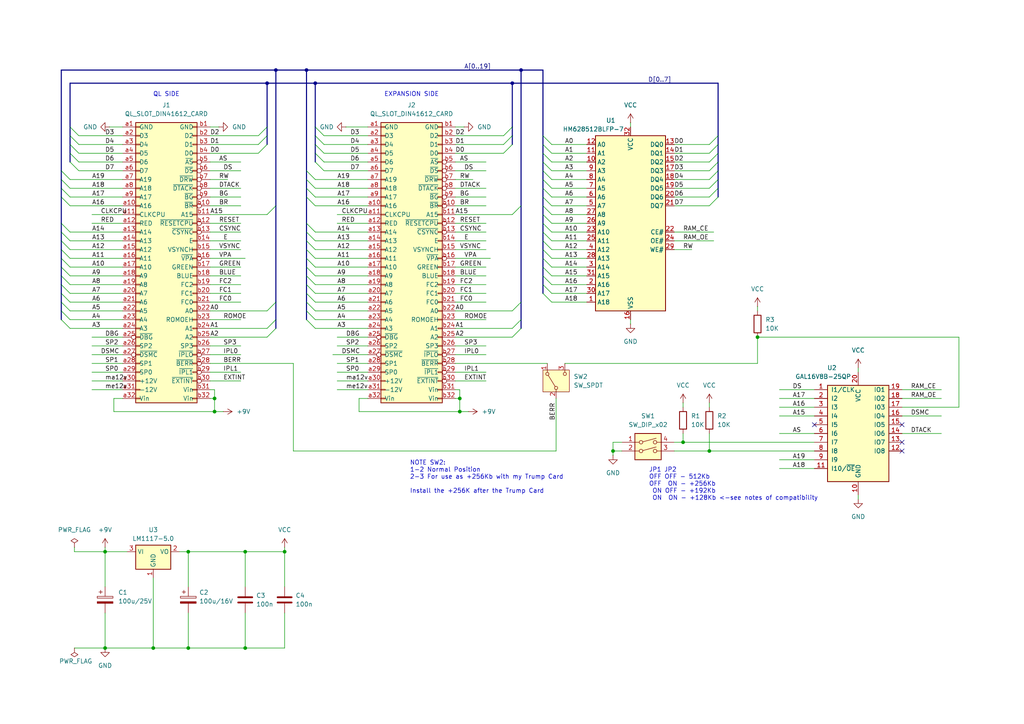
<source format=kicad_sch>
(kicad_sch (version 20231120) (generator "eeschema") (generator_version "8.0")
  (paper "A4")
  (title_block (title "External Expansion 512Kb memory for Sinclair QL") (date "2024-11-25") (rev "1") (company "(C) 2022 Alvaro Alea Fdz") (comment 1 "https://ohwr.org/cern_ohl_s_v2.txt") (comment 2 "CERN Open Hardware Licence Version 2 - Strongly Reciprocal") (comment 3 "Under License") (comment 4 "Modified by Popopo"))
  (lib_symbols
    (symbol "8bits:QL_SLOT_DIN41612" (pin_names (offset 1.016))
      (property "Reference" "J" (at 1.27 40.64 0))
      (property "Value" "QL_SLOT_DIN41612" (at 1.27 -43.18 0))
      (symbol "QL_SLOT_DIN41612_1_1"
        (pin passive line (at -12.7 38.1 0) (length 3.81) (name "GND") (number "a1"))
        (pin passive line (at -12.7 15.24 0) (length 3.81) (name "A16") (number "a10"))
        (pin passive line (at -12.7 12.7 0) (length 3.81) (name "CLKCPU") (number "a11"))
        (pin passive line (at -12.7 10.16 0) (length 3.81) (name "RED") (number "a12"))
        (pin passive line (at -12.7 7.62 0) (length 3.81) (name "A14") (number "a13"))
        (pin passive line (at -12.7 5.08 0) (length 3.81) (name "A13") (number "a14"))
        (pin passive line (at -12.7 2.54 0) (length 3.81) (name "A12") (number "a15"))
        (pin passive line (at -12.7 0 0) (length 3.81) (name "A11") (number "a16"))
        (pin passive line (at -12.7 -2.54 0) (length 3.81) (name "A10") (number "a17"))
        (pin passive line (at -12.7 -5.08 0) (length 3.81) (name "A9") (number "a18"))
        (pin passive line (at -12.7 -7.62 0) (length 3.81) (name "A8") (number "a19"))
        (pin bidirectional line (at -12.7 35.56 0) (length 3.81) (name "D3") (number "a2"))
        (pin passive line (at -12.7 -10.16 0) (length 3.81) (name "A7") (number "a20"))
        (pin passive line (at -12.7 -12.7 0) (length 3.81) (name "A6") (number "a21"))
        (pin passive line (at -12.7 -15.24 0) (length 3.81) (name "A5") (number "a22"))
        (pin passive line (at -12.7 -17.78 0) (length 3.81) (name "A4") (number "a23"))
        (pin passive line (at -12.7 -20.32 0) (length 3.81) (name "A3") (number "a24"))
        (pin passive inverted (at -12.7 -22.86 0) (length 3.81) (name "~{DBG}") (number "a25"))
        (pin passive line (at -12.7 -25.4 0) (length 3.81) (name "SP2") (number "a26"))
        (pin passive inverted (at -12.7 -27.94 0) (length 3.81) (name "~{DSMC}") (number "a27"))
        (pin passive line (at -12.7 -30.48 0) (length 3.81) (name "SP1") (number "a28"))
        (pin passive line (at -12.7 -33.02 0) (length 3.81) (name "SP0") (number "a29"))
        (pin bidirectional line (at -12.7 33.02 0) (length 3.81) (name "D4") (number "a3"))
        (pin passive line (at -12.7 -35.56 0) (length 3.81) (name "+12V") (number "a30"))
        (pin passive line (at -12.7 -38.1 0) (length 3.81) (name "-12V") (number "a31"))
        (pin passive line (at -12.7 -40.64 0) (length 3.81) (name "Vin") (number "a32"))
        (pin bidirectional line (at -12.7 30.48 0) (length 3.81) (name "D5") (number "a4"))
        (pin bidirectional line (at -12.7 27.94 0) (length 3.81) (name "D6") (number "a5"))
        (pin bidirectional line (at -12.7 25.4 0) (length 3.81) (name "D7") (number "a6"))
        (pin passive line (at -12.7 22.86 0) (length 3.81) (name "A19") (number "a7"))
        (pin passive line (at -12.7 20.32 0) (length 3.81) (name "A18") (number "a8"))
        (pin passive line (at -12.7 17.78 0) (length 3.81) (name "A17") (number "a9"))
        (pin passive line (at 12.7 38.1 180) (length 3.81) (name "GND") (number "b1"))
        (pin passive inverted (at 12.7 15.24 180) (length 3.81) (name "~{BR}") (number "b10"))
        (pin passive line (at 12.7 12.7 180) (length 3.81) (name "A15") (number "b11"))
        (pin passive inverted (at 12.7 10.16 180) (length 3.81) (name "~{RESETCPU}") (number "b12"))
        (pin passive inverted (at 12.7 7.62 180) (length 3.81) (name "~{CSYNC}") (number "b13"))
        (pin passive line (at 12.7 5.08 180) (length 3.81) (name "E") (number "b14"))
        (pin passive line (at 12.7 2.54 180) (length 3.81) (name "VSYNCH") (number "b15"))
        (pin passive inverted (at 12.7 0 180) (length 3.81) (name "~{VPA}") (number "b16"))
        (pin passive line (at 12.7 -2.54 180) (length 3.81) (name "GREEN") (number "b17"))
        (pin passive line (at 12.7 -5.08 180) (length 3.81) (name "BLUE") (number "b18"))
        (pin passive line (at 12.7 -7.62 180) (length 3.81) (name "FC2") (number "b19"))
        (pin bidirectional line (at 12.7 35.56 180) (length 3.81) (name "D2") (number "b2"))
        (pin passive line (at 12.7 -10.16 180) (length 3.81) (name "FC1") (number "b20"))
        (pin passive line (at 12.7 -12.7 180) (length 3.81) (name "FC0") (number "b21"))
        (pin passive line (at 12.7 -15.24 180) (length 3.81) (name "A0") (number "b22"))
        (pin passive line (at 12.7 -17.78 180) (length 3.81) (name "ROMOEH") (number "b23"))
        (pin passive line (at 12.7 -20.32 180) (length 3.81) (name "A1") (number "b24"))
        (pin passive line (at 12.7 -22.86 180) (length 3.81) (name "A2") (number "b25"))
        (pin passive line (at 12.7 -25.4 180) (length 3.81) (name "SP3") (number "b26"))
        (pin passive inverted (at 12.7 -27.94 180) (length 3.81) (name "~{IPLO}") (number "b27"))
        (pin passive inverted (at 12.7 -30.48 180) (length 3.81) (name "~{BERR}") (number "b28"))
        (pin passive inverted (at 12.7 -33.02 180) (length 3.81) (name "~{IPL1}") (number "b29"))
        (pin bidirectional line (at 12.7 33.02 180) (length 3.81) (name "D1") (number "b3"))
        (pin passive inverted (at 12.7 -35.56 180) (length 3.81) (name "~{EXTINT}") (number "b30"))
        (pin passive line (at 12.7 -38.1 180) (length 3.81) (name "Vin") (number "b31"))
        (pin passive line (at 12.7 -40.64 180) (length 3.81) (name "Vin") (number "b32"))
        (pin bidirectional line (at 12.7 30.48 180) (length 3.81) (name "D0") (number "b4"))
        (pin passive inverted (at 12.7 27.94 180) (length 3.81) (name "~{AS}") (number "b5"))
        (pin passive inverted (at 12.7 25.4 180) (length 3.81) (name "~{DS}") (number "b6"))
        (pin passive inverted (at 12.7 22.86 180) (length 3.81) (name "~{DRW}") (number "b7"))
        (pin passive inverted (at 12.7 20.32 180) (length 3.81) (name "~{DTACK}") (number "b8"))
        (pin passive inverted (at 12.7 17.78 180) (length 3.81) (name "~{BG}") (number "b9"))
      )
    )
    (symbol "Device:C" (pin_numbers hide) (pin_names (offset 0.254))
      (property "Reference" "C" (at 0.635 2.54 0))
      (property "Value" "C" (at 0.635 -2.54 0))
      (symbol "C_1_1"
        (pin passive line (at 0 3.81 270) (length 2.794) (name "~") (number "1"))
        (pin passive line (at 0 -3.81 90) (length 2.794) (name "~") (number "2"))
      )
    )
    (symbol "Device:C_Polarized" (pin_numbers hide) (pin_names (offset 0.254))
      (property "Reference" "C" (at 0.635 2.54 0))
      (property "Value" "C_Polarized" (at 0.635 -2.54 0))
      (symbol "C_Polarized_1_1"
        (pin passive line (at 0 3.81 270) (length 2.794) (name "~") (number "1"))
        (pin passive line (at 0 -3.81 90) (length 2.794) (name "~") (number "2"))
      )
    )
    (symbol "Device:R" (pin_numbers hide) (pin_names (offset 0))
      (property "Reference" "R" (at 2.032 0 90))
      (property "Value" "R" (at 0 0 90))
      (symbol "R_1_1"
        (pin passive line (at 0 3.81 270) (length 1.27) (name "~") (number "1"))
        (pin passive line (at 0 -3.81 90) (length 1.27) (name "~") (number "2"))
      )
    )
    (symbol "Logic_Programmable:GAL16V8" (pin_names (offset 1.016))
      (property "Reference" "U" (at -8.89 16.51 0))
      (property "Value" "GAL16V8" (at 1.27 16.51 0))
      (symbol "GAL16V8_0_0"
        (pin power_in line (at 0 -17.78 90) (length 3.81) (name "GND") (number "10"))
        (pin power_in line (at 0 17.78 270) (length 3.81) (name "VCC") (number "20"))
      )
      (symbol "GAL16V8_1_1"
        (pin input line (at -12.7 12.7 0) (length 3.81) (name "I1/CLK") (number "1"))
        (pin input line (at -12.7 -10.16 0) (length 3.81) (name "I10/~{OE}") (number "11"))
        (pin tri_state line (at 12.7 -5.08 180) (length 3.81) (name "IO8") (number "12"))
        (pin tri_state line (at 12.7 -2.54 180) (length 3.81) (name "IO7") (number "13"))
        (pin tri_state line (at 12.7 0 180) (length 3.81) (name "IO6") (number "14"))
        (pin tri_state line (at 12.7 2.54 180) (length 3.81) (name "IO5") (number "15"))
        (pin tri_state line (at 12.7 5.08 180) (length 3.81) (name "IO4") (number "16"))
        (pin tri_state line (at 12.7 7.62 180) (length 3.81) (name "I03") (number "17"))
        (pin tri_state line (at 12.7 10.16 180) (length 3.81) (name "IO2") (number "18"))
        (pin tri_state line (at 12.7 12.7 180) (length 3.81) (name "IO1") (number "19"))
        (pin input line (at -12.7 10.16 0) (length 3.81) (name "I2") (number "2"))
        (pin input line (at -12.7 7.62 0) (length 3.81) (name "I3") (number "3"))
        (pin input line (at -12.7 5.08 0) (length 3.81) (name "I4") (number "4"))
        (pin input line (at -12.7 2.54 0) (length 3.81) (name "I5") (number "5"))
        (pin input line (at -12.7 0 0) (length 3.81) (name "I6") (number "6"))
        (pin input line (at -12.7 -2.54 0) (length 3.81) (name "I7") (number "7"))
        (pin input line (at -12.7 -5.08 0) (length 3.81) (name "I8") (number "8"))
        (pin input line (at -12.7 -7.62 0) (length 3.81) (name "I9") (number "9"))
      )
    )
    (symbol "Memory_RAM:AS6C4008-55PCN"
      (property "Reference" "U" (at -10.16 26.035 0))
      (property "Value" "AS6C4008-55PCN" (at 2.54 26.035 0))
      (symbol "AS6C4008-55PCN_0_0"
        (pin power_in line (at 0 -27.94 90) (length 2.54) (name "VSS") (number "16"))
        (pin power_in line (at 0 27.94 270) (length 2.54) (name "VCC") (number "32"))
      )
      (symbol "AS6C4008-55PCN_1_1"
        (pin input line (at -12.7 -22.86 0) (length 2.54) (name "A18") (number "1"))
        (pin input line (at -12.7 17.78 0) (length 2.54) (name "A2") (number "10"))
        (pin input line (at -12.7 20.32 0) (length 2.54) (name "A1") (number "11"))
        (pin input line (at -12.7 22.86 0) (length 2.54) (name "A0") (number "12"))
        (pin tri_state line (at 12.7 22.86 180) (length 2.54) (name "DQ0") (number "13"))
        (pin tri_state line (at 12.7 20.32 180) (length 2.54) (name "DQ1") (number "14"))
        (pin tri_state line (at 12.7 17.78 180) (length 2.54) (name "DQ2") (number "15"))
        (pin tri_state line (at 12.7 15.24 180) (length 2.54) (name "DQ3") (number "17"))
        (pin tri_state line (at 12.7 12.7 180) (length 2.54) (name "DQ4") (number "18"))
        (pin tri_state line (at 12.7 10.16 180) (length 2.54) (name "DQ5") (number "19"))
        (pin input line (at -12.7 -17.78 0) (length 2.54) (name "A16") (number "2"))
        (pin tri_state line (at 12.7 7.62 180) (length 2.54) (name "DQ6") (number "20"))
        (pin tri_state line (at 12.7 5.08 180) (length 2.54) (name "DQ7") (number "21"))
        (pin input line (at 12.7 -2.54 180) (length 2.54) (name "CE#") (number "22"))
        (pin input line (at -12.7 -2.54 0) (length 2.54) (name "A10") (number "23"))
        (pin input line (at 12.7 -5.08 180) (length 2.54) (name "OE#") (number "24"))
        (pin input line (at -12.7 -5.08 0) (length 2.54) (name "A11") (number "25"))
        (pin input line (at -12.7 0 0) (length 2.54) (name "A9") (number "26"))
        (pin input line (at -12.7 2.54 0) (length 2.54) (name "A8") (number "27"))
        (pin input line (at -12.7 -10.16 0) (length 2.54) (name "A13") (number "28"))
        (pin input line (at 12.7 -7.62 180) (length 2.54) (name "WE#") (number "29"))
        (pin input line (at -12.7 -12.7 0) (length 2.54) (name "A14") (number "3"))
        (pin input line (at -12.7 -20.32 0) (length 2.54) (name "A17") (number "30"))
        (pin input line (at -12.7 -15.24 0) (length 2.54) (name "A15") (number "31"))
        (pin input line (at -12.7 -7.62 0) (length 2.54) (name "A12") (number "4"))
        (pin input line (at -12.7 5.08 0) (length 2.54) (name "A7") (number "5"))
        (pin input line (at -12.7 7.62 0) (length 2.54) (name "A6") (number "6"))
        (pin input line (at -12.7 10.16 0) (length 2.54) (name "A5") (number "7"))
        (pin input line (at -12.7 12.7 0) (length 2.54) (name "A4") (number "8"))
        (pin input line (at -12.7 15.24 0) (length 2.54) (name "A3") (number "9"))
      )
    )
    (symbol "Regulator_Linear:LM1117MP-5.0"
      (property "Reference" "U" (at -3.81 3.175 0))
      (property "Value" "LM1117MP-5.0" (at 0 3.175 0))
      (symbol "LM1117MP-5.0_1_1"
        (pin power_in line (at 0 -7.62 90) (length 2.54) (name "GND") (number "1"))
        (pin power_out line (at 7.62 0 180) (length 2.54) (name "VO") (number "2"))
        (pin power_in line (at -7.62 0 0) (length 2.54) (name "VI") (number "3"))
      )
    )
    (symbol "Switch:SW_DIP_x02" (pin_names (offset 0) hide)
      (property "Reference" "SW" (at 0 6.35 0))
      (property "Value" "SW_DIP_x02" (at 0 -3.81 0))
      (symbol "SW_DIP_x02_1_1"
        (pin passive line (at -7.62 2.54 0) (length 5.08) (name "~") (number "1"))
        (pin passive line (at -7.62 0 0) (length 5.08) (name "~") (number "2"))
        (pin passive line (at 7.62 0 180) (length 5.08) (name "~") (number "3"))
        (pin passive line (at 7.62 2.54 180) (length 5.08) (name "~") (number "4"))
      )
    )
    (symbol "Switch:SW_SPDT" (pin_names (offset 0) hide)
      (property "Reference" "SW" (at 0 5.08 0))
      (property "Value" "SW_SPDT" (at 0 -5.08 0))
      (symbol "SW_SPDT_1_1"
        (pin passive line (at 5.08 2.54 180) (length 2.54) (name "A") (number "1"))
        (pin passive line (at -5.08 0 0) (length 2.54) (name "B") (number "2"))
        (pin passive line (at 5.08 -2.54 180) (length 2.54) (name "C") (number "3"))
      )
    )
    (symbol "power:+9V" (power) (pin_numbers hide) (pin_names (offset 0) hide)
      (property "Value" "+9V" (at 0 3.556 0))
      (symbol "+9V_1_1"
        (pin power_in line (at 0 0 90) (length 0) (name "~") (number "1"))
      )
    )
    (symbol "power:GND" (power) (pin_numbers hide) (pin_names (offset 0) hide)
      (property "Value" "GND" (at 0 -3.81 0))
      (symbol "GND_1_1"
        (pin power_in line (at 0 0 270) (length 0) (name "~") (number "1"))
      )
    )
    (symbol "power:PWR_FLAG" (power) (pin_numbers hide) (pin_names (offset 0) hide)
      (property "Value" "PWR_FLAG" (at 0 3.81 0))
      (symbol "PWR_FLAG_0_0"
        (pin power_out line (at 0 0 90) (length 0) (name "~") (number "1"))
      )
    )
    (symbol "power:VCC" (power) (pin_numbers hide) (pin_names (offset 0) hide)
      (property "Value" "VCC" (at 0 3.556 0))
      (symbol "VCC_1_1"
        (pin power_in line (at 0 0 90) (length 0) (name "~") (number "1"))
      )
    )
  )
  (junction (at 198.12 128.27))
  (junction (at 151.13 20.32))
  (junction (at 71.12 187.96))
  (junction (at 88.9 20.32))
  (junction (at 148.59 24.13))
  (junction (at 71.12 160.02))
  (junction (at 177.8 130.81))
  (junction (at 133.35 119.38))
  (junction (at 44.45 187.96))
  (junction (at 54.61 187.96))
  (junction (at 80.01 20.32))
  (junction (at 133.35 115.57))
  (junction (at 62.23 119.38))
  (junction (at 91.44 24.13))
  (junction (at 62.23 115.57))
  (junction (at 77.47 24.13))
  (junction (at 82.55 160.02))
  (junction (at 30.48 187.96))
  (junction (at 30.48 160.02))
  (junction (at 219.71 97.79))
  (junction (at 54.61 160.02))
  (junction (at 205.74 130.81))
  (no_connect (at 236.22 123.19))
  (no_connect (at 261.62 123.19))
  (no_connect (at 261.62 128.27))
  (no_connect (at 261.62 130.81))
  (bus_entry (at 208.28 46.99) (size -2.54 2.54))
  (bus_entry (at 151.13 95.25) (size -2.54 2.54))
  (bus_entry (at 157.48 80.01) (size 2.54 2.54))
  (bus_entry (at 88.9 80.01) (size 2.54 2.54))
  (bus_entry (at 77.47 41.91) (size -2.54 2.54))
  (bus_entry (at 157.48 52.07) (size 2.54 2.54))
  (bus_entry (at 88.9 74.93) (size 2.54 2.54))
  (bus_entry (at 151.13 92.71) (size -2.54 2.54))
  (bus_entry (at 17.78 69.85) (size 2.54 2.54))
  (bus_entry (at 80.01 59.69) (size -2.54 2.54))
  (bus_entry (at 157.48 59.69) (size 2.54 2.54))
  (bus_entry (at 17.78 57.15) (size 2.54 2.54))
  (bus_entry (at 91.44 41.91) (size 2.54 2.54))
  (bus_entry (at 157.48 77.47) (size 2.54 2.54))
  (bus_entry (at 88.9 90.17) (size 2.54 2.54))
  (bus_entry (at 208.28 39.37) (size -2.54 2.54))
  (bus_entry (at 17.78 67.31) (size 2.54 2.54))
  (bus_entry (at 17.78 77.47) (size 2.54 2.54))
  (bus_entry (at 157.48 41.91) (size 2.54 2.54))
  (bus_entry (at 91.44 44.45) (size 2.54 2.54))
  (bus_entry (at 88.9 87.63) (size 2.54 2.54))
  (bus_entry (at 88.9 92.71) (size 2.54 2.54))
  (bus_entry (at 157.48 69.85) (size 2.54 2.54))
  (bus_entry (at 157.48 46.99) (size 2.54 2.54))
  (bus_entry (at 17.78 85.09) (size 2.54 2.54))
  (bus_entry (at 157.48 49.53) (size 2.54 2.54))
  (bus_entry (at 91.44 39.37) (size 2.54 2.54))
  (bus_entry (at 157.48 39.37) (size 2.54 2.54))
  (bus_entry (at 17.78 54.61) (size 2.54 2.54))
  (bus_entry (at 80.01 92.71) (size -2.54 2.54))
  (bus_entry (at 88.9 67.31) (size 2.54 2.54))
  (bus_entry (at 91.44 46.99) (size 2.54 2.54))
  (bus_entry (at 91.44 36.83) (size 2.54 2.54))
  (bus_entry (at 148.59 36.83) (size -2.54 2.54))
  (bus_entry (at 88.9 49.53) (size 2.54 2.54))
  (bus_entry (at 20.32 44.45) (size 2.54 2.54))
  (bus_entry (at 17.78 64.77) (size 2.54 2.54))
  (bus_entry (at 208.28 52.07) (size -2.54 2.54))
  (bus_entry (at 157.48 54.61) (size 2.54 2.54))
  (bus_entry (at 208.28 41.91) (size -2.54 2.54))
  (bus_entry (at 88.9 85.09) (size 2.54 2.54))
  (bus_entry (at 157.48 82.55) (size 2.54 2.54))
  (bus_entry (at 88.9 64.77) (size 2.54 2.54))
  (bus_entry (at 77.47 39.37) (size -2.54 2.54))
  (bus_entry (at 88.9 77.47) (size 2.54 2.54))
  (bus_entry (at 17.78 49.53) (size 2.54 2.54))
  (bus_entry (at 20.32 41.91) (size 2.54 2.54))
  (bus_entry (at 151.13 87.63) (size -2.54 2.54))
  (bus_entry (at 208.28 49.53) (size -2.54 2.54))
  (bus_entry (at 17.78 82.55) (size 2.54 2.54))
  (bus_entry (at 208.28 57.15) (size -2.54 2.54))
  (bus_entry (at 17.78 80.01) (size 2.54 2.54))
  (bus_entry (at 151.13 59.69) (size -2.54 2.54))
  (bus_entry (at 157.48 72.39) (size 2.54 2.54))
  (bus_entry (at 17.78 52.07) (size 2.54 2.54))
  (bus_entry (at 17.78 72.39) (size 2.54 2.54))
  (bus_entry (at 88.9 72.39) (size 2.54 2.54))
  (bus_entry (at 88.9 69.85) (size 2.54 2.54))
  (bus_entry (at 208.28 44.45) (size -2.54 2.54))
  (bus_entry (at 157.48 85.09) (size 2.54 2.54))
  (bus_entry (at 80.01 87.63) (size -2.54 2.54))
  (bus_entry (at 17.78 92.71) (size 2.54 2.54))
  (bus_entry (at 157.48 64.77) (size 2.54 2.54))
  (bus_entry (at 157.48 74.93) (size 2.54 2.54))
  (bus_entry (at 77.47 36.83) (size -2.54 2.54))
  (bus_entry (at 157.48 57.15) (size 2.54 2.54))
  (bus_entry (at 88.9 54.61) (size 2.54 2.54))
  (bus_entry (at 20.32 46.99) (size 2.54 2.54))
  (bus_entry (at 148.59 41.91) (size -2.54 2.54))
  (bus_entry (at 88.9 82.55) (size 2.54 2.54))
  (bus_entry (at 17.78 90.17) (size 2.54 2.54))
  (bus_entry (at 17.78 87.63) (size 2.54 2.54))
  (bus_entry (at 20.32 39.37) (size 2.54 2.54))
  (bus_entry (at 88.9 57.15) (size 2.54 2.54))
  (bus_entry (at 208.28 54.61) (size -2.54 2.54))
  (bus_entry (at 157.48 67.31) (size 2.54 2.54))
  (bus_entry (at 148.59 39.37) (size -2.54 2.54))
  (bus_entry (at 88.9 52.07) (size 2.54 2.54))
  (bus_entry (at 157.48 62.23) (size 2.54 2.54))
  (bus_entry (at 17.78 74.93) (size 2.54 2.54))
  (bus_entry (at 157.48 44.45) (size 2.54 2.54))
  (bus_entry (at 80.01 95.25) (size -2.54 2.54))
  (bus_entry (at 20.32 36.83) (size 2.54 2.54))
  (bus (pts (xy 17.78 90.17) (xy 17.78 92.71)))
  (wire (pts (xy 261.62 113.03) (xy 273.05 113.03)))
  (wire (pts (xy 26.67 107.95) (xy 35.56 107.95)))
  (bus (pts (xy 88.9 80.01) (xy 88.9 82.55)))
  (wire (pts (xy 54.61 160.02) (xy 71.12 160.02)))
  (wire (pts (xy 205.74 125.73) (xy 205.74 130.81)))
  (wire (pts (xy 182.88 92.71) (xy 182.88 93.98)))
  (wire (pts (xy 132.08 97.79) (xy 148.59 97.79)))
  (wire (pts (xy 195.58 41.91) (xy 205.74 41.91)))
  (bus (pts (xy 157.48 49.53) (xy 157.48 52.07)))
  (wire (pts (xy 91.44 82.55) (xy 106.68 82.55)))
  (bus (pts (xy 208.28 46.99) (xy 208.28 49.53)))
  (bus (pts (xy 88.9 54.61) (xy 88.9 57.15)))
  (wire (pts (xy 82.55 160.02) (xy 82.55 170.18)))
  (bus (pts (xy 91.44 41.91) (xy 91.44 44.45)))
  (wire (pts (xy 219.71 88.9) (xy 219.71 90.17)))
  (wire (pts (xy 248.92 106.68) (xy 248.92 107.95)))
  (wire (pts (xy 132.08 41.91) (xy 146.05 41.91)))
  (wire (pts (xy 60.96 49.53) (xy 69.85 49.53)))
  (wire (pts (xy 160.02 52.07) (xy 170.18 52.07)))
  (wire (pts (xy 261.62 125.73) (xy 273.05 125.73)))
  (bus (pts (xy 157.48 44.45) (xy 157.48 46.99)))
  (wire (pts (xy 20.32 54.61) (xy 35.56 54.61)))
  (wire (pts (xy 226.06 113.03) (xy 236.22 113.03)))
  (bus (pts (xy 88.9 74.93) (xy 88.9 77.47)))
  (bus (pts (xy 151.13 59.69) (xy 151.13 87.63)))
  (wire (pts (xy 160.02 87.63) (xy 170.18 87.63)))
  (wire (pts (xy 33.02 115.57) (xy 33.02 119.38)))
  (bus (pts (xy 88.9 87.63) (xy 88.9 90.17)))
  (bus (pts (xy 151.13 92.71) (xy 151.13 95.25)))
  (wire (pts (xy 60.96 87.63) (xy 69.85 87.63)))
  (wire (pts (xy 160.02 62.23) (xy 170.18 62.23)))
  (wire (pts (xy 62.23 115.57) (xy 62.23 113.03)))
  (wire (pts (xy 226.06 118.11) (xy 236.22 118.11)))
  (wire (pts (xy 60.96 69.85) (xy 69.85 69.85)))
  (wire (pts (xy 91.44 80.01) (xy 106.68 80.01)))
  (bus (pts (xy 151.13 20.32) (xy 157.48 20.32)))
  (wire (pts (xy 20.32 87.63) (xy 35.56 87.63)))
  (wire (pts (xy 160.02 46.99) (xy 170.18 46.99)))
  (wire (pts (xy 60.96 57.15) (xy 69.85 57.15)))
  (wire (pts (xy 195.58 54.61) (xy 205.74 54.61)))
  (bus (pts (xy 208.28 44.45) (xy 208.28 46.99)))
  (bus (pts (xy 88.9 67.31) (xy 88.9 69.85)))
  (wire (pts (xy 60.96 100.33) (xy 69.85 100.33)))
  (wire (pts (xy 93.98 49.53) (xy 106.68 49.53)))
  (bus (pts (xy 157.48 20.32) (xy 157.48 39.37)))
  (wire (pts (xy 160.02 64.77) (xy 170.18 64.77)))
  (wire (pts (xy 132.08 95.25) (xy 148.59 95.25)))
  (wire (pts (xy 54.61 177.8) (xy 54.61 187.96)))
  (wire (pts (xy 132.08 49.53) (xy 140.97 49.53)))
  (bus (pts (xy 17.78 20.32) (xy 80.01 20.32)))
  (wire (pts (xy 21.59 187.96) (xy 30.48 187.96)))
  (bus (pts (xy 80.01 92.71) (xy 80.01 95.25)))
  (wire (pts (xy 60.96 39.37) (xy 74.93 39.37)))
  (wire (pts (xy 20.32 72.39) (xy 35.56 72.39)))
  (wire (pts (xy 30.48 160.02) (xy 21.59 160.02)))
  (bus (pts (xy 17.78 49.53) (xy 17.78 52.07)))
  (bus (pts (xy 208.28 52.07) (xy 208.28 54.61)))
  (wire (pts (xy 132.08 72.39) (xy 140.97 72.39)))
  (wire (pts (xy 26.67 64.77) (xy 35.56 64.77)))
  (wire (pts (xy 60.96 110.49) (xy 69.85 110.49)))
  (wire (pts (xy 195.58 44.45) (xy 205.74 44.45)))
  (wire (pts (xy 132.08 44.45) (xy 146.05 44.45)))
  (wire (pts (xy 93.98 39.37) (xy 106.68 39.37)))
  (wire (pts (xy 132.08 90.17) (xy 148.59 90.17)))
  (bus (pts (xy 208.28 41.91) (xy 208.28 44.45)))
  (wire (pts (xy 132.08 57.15) (xy 140.97 57.15)))
  (wire (pts (xy 226.06 135.89) (xy 236.22 135.89)))
  (bus (pts (xy 157.48 57.15) (xy 157.48 59.69)))
  (bus (pts (xy 91.44 39.37) (xy 91.44 41.91)))
  (wire (pts (xy 205.74 130.81) (xy 236.22 130.81)))
  (wire (pts (xy 97.79 105.41) (xy 106.68 105.41)))
  (wire (pts (xy 91.44 52.07) (xy 106.68 52.07)))
  (wire (pts (xy 132.08 100.33) (xy 140.97 100.33)))
  (wire (pts (xy 33.02 119.38) (xy 62.23 119.38)))
  (wire (pts (xy 195.58 69.85) (xy 207.01 69.85)))
  (bus (pts (xy 17.78 80.01) (xy 17.78 82.55)))
  (wire (pts (xy 30.48 158.75) (xy 30.48 160.02)))
  (wire (pts (xy 132.08 107.95) (xy 140.97 107.95)))
  (wire (pts (xy 91.44 90.17) (xy 106.68 90.17)))
  (wire (pts (xy 44.45 167.64) (xy 44.45 187.96)))
  (bus (pts (xy 208.28 54.61) (xy 208.28 57.15)))
  (wire (pts (xy 180.34 128.27) (xy 177.8 128.27)))
  (wire (pts (xy 160.02 69.85) (xy 170.18 69.85)))
  (bus (pts (xy 157.48 64.77) (xy 157.48 67.31)))
  (wire (pts (xy 60.96 72.39) (xy 69.85 72.39)))
  (wire (pts (xy 22.86 44.45) (xy 35.56 44.45)))
  (bus (pts (xy 157.48 39.37) (xy 157.48 41.91)))
  (wire (pts (xy 132.08 36.83) (xy 134.62 36.83)))
  (bus (pts (xy 148.59 39.37) (xy 148.59 41.91)))
  (wire (pts (xy 97.79 110.49) (xy 106.68 110.49)))
  (wire (pts (xy 20.32 92.71) (xy 35.56 92.71)))
  (bus (pts (xy 17.78 87.63) (xy 17.78 90.17)))
  (wire (pts (xy 60.96 64.77) (xy 69.85 64.77)))
  (bus (pts (xy 20.32 41.91) (xy 20.32 44.45)))
  (wire (pts (xy 133.35 119.38) (xy 135.89 119.38)))
  (wire (pts (xy 20.32 90.17) (xy 35.56 90.17)))
  (wire (pts (xy 21.59 158.75) (xy 21.59 160.02)))
  (wire (pts (xy 91.44 67.31) (xy 106.68 67.31)))
  (wire (pts (xy 132.08 69.85) (xy 140.97 69.85)))
  (wire (pts (xy 20.32 82.55) (xy 35.56 82.55)))
  (wire (pts (xy 160.02 44.45) (xy 170.18 44.45)))
  (wire (pts (xy 30.48 177.8) (xy 30.48 187.96)))
  (wire (pts (xy 278.13 97.79) (xy 219.71 97.79)))
  (bus (pts (xy 17.78 67.31) (xy 17.78 69.85)))
  (wire (pts (xy 195.58 52.07) (xy 205.74 52.07)))
  (bus (pts (xy 157.48 82.55) (xy 157.48 85.09)))
  (wire (pts (xy 30.48 160.02) (xy 30.48 170.18)))
  (wire (pts (xy 198.12 128.27) (xy 236.22 128.27)))
  (wire (pts (xy 278.13 118.11) (xy 278.13 97.79)))
  (wire (pts (xy 195.58 46.99) (xy 205.74 46.99)))
  (wire (pts (xy 195.58 72.39) (xy 200.66 72.39)))
  (wire (pts (xy 132.08 115.57) (xy 133.35 115.57)))
  (wire (pts (xy 60.96 77.47) (xy 69.85 77.47)))
  (wire (pts (xy 60.96 102.87) (xy 69.85 102.87)))
  (wire (pts (xy 160.02 67.31) (xy 170.18 67.31)))
  (wire (pts (xy 20.32 57.15) (xy 35.56 57.15)))
  (bus (pts (xy 88.9 85.09) (xy 88.9 87.63)))
  (wire (pts (xy 93.98 44.45) (xy 106.68 44.45)))
  (wire (pts (xy 22.86 49.53) (xy 35.56 49.53)))
  (wire (pts (xy 132.08 64.77) (xy 140.97 64.77)))
  (wire (pts (xy 160.02 49.53) (xy 170.18 49.53)))
  (wire (pts (xy 163.83 105.41) (xy 219.71 105.41)))
  (wire (pts (xy 132.08 82.55) (xy 140.97 82.55)))
  (bus (pts (xy 20.32 44.45) (xy 20.32 46.99)))
  (bus (pts (xy 157.48 62.23) (xy 157.48 64.77)))
  (wire (pts (xy 60.96 36.83) (xy 63.5 36.83)))
  (wire (pts (xy 26.67 113.03) (xy 35.56 113.03)))
  (wire (pts (xy 36.83 160.02) (xy 30.48 160.02)))
  (wire (pts (xy 91.44 74.93) (xy 106.68 74.93)))
  (bus (pts (xy 88.9 52.07) (xy 88.9 54.61)))
  (wire (pts (xy 91.44 95.25) (xy 106.68 95.25)))
  (wire (pts (xy 60.96 85.09) (xy 69.85 85.09)))
  (wire (pts (xy 52.07 160.02) (xy 54.61 160.02)))
  (wire (pts (xy 20.32 80.01) (xy 35.56 80.01)))
  (wire (pts (xy 26.67 102.87) (xy 35.56 102.87)))
  (wire (pts (xy 132.08 102.87) (xy 140.97 102.87)))
  (wire (pts (xy 26.67 100.33) (xy 35.56 100.33)))
  (wire (pts (xy 60.96 52.07) (xy 66.04 52.07)))
  (wire (pts (xy 44.45 187.96) (xy 54.61 187.96)))
  (wire (pts (xy 97.79 113.03) (xy 106.68 113.03)))
  (wire (pts (xy 132.08 105.41) (xy 158.75 105.41)))
  (wire (pts (xy 62.23 113.03) (xy 60.96 113.03)))
  (wire (pts (xy 160.02 54.61) (xy 170.18 54.61)))
  (wire (pts (xy 132.08 87.63) (xy 140.97 87.63)))
  (bus (pts (xy 148.59 36.83) (xy 148.59 39.37)))
  (wire (pts (xy 20.32 74.93) (xy 35.56 74.93)))
  (wire (pts (xy 62.23 119.38) (xy 62.23 115.57)))
  (wire (pts (xy 54.61 160.02) (xy 54.61 170.18)))
  (wire (pts (xy 91.44 72.39) (xy 106.68 72.39)))
  (wire (pts (xy 132.08 62.23) (xy 148.59 62.23)))
  (bus (pts (xy 157.48 59.69) (xy 157.48 62.23)))
  (wire (pts (xy 91.44 57.15) (xy 106.68 57.15)))
  (bus (pts (xy 20.32 39.37) (xy 20.32 41.91)))
  (wire (pts (xy 104.14 115.57) (xy 104.14 119.38)))
  (wire (pts (xy 104.14 119.38) (xy 133.35 119.38)))
  (wire (pts (xy 106.68 115.57) (xy 104.14 115.57)))
  (wire (pts (xy 133.35 113.03) (xy 132.08 113.03)))
  (wire (pts (xy 133.35 115.57) (xy 133.35 113.03)))
  (wire (pts (xy 133.35 119.38) (xy 133.35 115.57)))
  (bus (pts (xy 17.78 72.39) (xy 17.78 74.93)))
  (bus (pts (xy 157.48 74.93) (xy 157.48 77.47)))
  (wire (pts (xy 20.32 69.85) (xy 35.56 69.85)))
  (bus (pts (xy 77.47 39.37) (xy 77.47 41.91)))
  (bus (pts (xy 17.78 64.77) (xy 17.78 67.31)))
  (bus (pts (xy 80.01 20.32) (xy 88.9 20.32)))
  (wire (pts (xy 160.02 57.15) (xy 170.18 57.15)))
  (bus (pts (xy 17.78 85.09) (xy 17.78 87.63)))
  (wire (pts (xy 91.44 69.85) (xy 106.68 69.85)))
  (wire (pts (xy 182.88 35.56) (xy 182.88 36.83)))
  (wire (pts (xy 160.02 41.91) (xy 170.18 41.91)))
  (bus (pts (xy 80.01 87.63) (xy 80.01 92.71)))
  (wire (pts (xy 26.67 97.79) (xy 35.56 97.79)))
  (wire (pts (xy 60.96 95.25) (xy 77.47 95.25)))
  (wire (pts (xy 132.08 54.61) (xy 140.97 54.61)))
  (wire (pts (xy 60.96 80.01) (xy 69.85 80.01)))
  (bus (pts (xy 17.78 57.15) (xy 17.78 64.77)))
  (wire (pts (xy 60.96 62.23) (xy 77.47 62.23)))
  (wire (pts (xy 236.22 125.73) (xy 226.06 125.73)))
  (bus (pts (xy 17.78 54.61) (xy 17.78 57.15)))
  (wire (pts (xy 97.79 97.79) (xy 106.68 97.79)))
  (wire (pts (xy 248.92 143.51) (xy 248.92 144.78)))
  (wire (pts (xy 97.79 107.95) (xy 106.68 107.95)))
  (bus (pts (xy 88.9 69.85) (xy 88.9 72.39)))
  (wire (pts (xy 97.79 64.77) (xy 106.68 64.77)))
  (wire (pts (xy 132.08 80.01) (xy 140.97 80.01)))
  (wire (pts (xy 132.08 52.07) (xy 137.16 52.07)))
  (bus (pts (xy 17.78 52.07) (xy 17.78 54.61)))
  (wire (pts (xy 60.96 90.17) (xy 77.47 90.17)))
  (wire (pts (xy 160.02 72.39) (xy 170.18 72.39)))
  (bus (pts (xy 208.28 49.53) (xy 208.28 52.07)))
  (wire (pts (xy 261.62 120.65) (xy 273.05 120.65)))
  (wire (pts (xy 60.96 41.91) (xy 74.93 41.91)))
  (wire (pts (xy 195.58 130.81) (xy 205.74 130.81)))
  (bus (pts (xy 88.9 64.77) (xy 88.9 67.31)))
  (wire (pts (xy 20.32 85.09) (xy 35.56 85.09)))
  (bus (pts (xy 77.47 36.83) (xy 77.47 39.37)))
  (wire (pts (xy 177.8 128.27) (xy 177.8 130.81)))
  (wire (pts (xy 91.44 85.09) (xy 106.68 85.09)))
  (wire (pts (xy 96.52 102.87) (xy 106.68 102.87)))
  (wire (pts (xy 132.08 46.99) (xy 140.97 46.99)))
  (wire (pts (xy 177.8 130.81) (xy 177.8 132.08)))
  (wire (pts (xy 62.23 119.38) (xy 64.77 119.38)))
  (bus (pts (xy 88.9 82.55) (xy 88.9 85.09)))
  (bus (pts (xy 20.32 36.83) (xy 20.32 39.37)))
  (wire (pts (xy 85.09 130.81) (xy 161.29 130.81)))
  (wire (pts (xy 160.02 85.09) (xy 170.18 85.09)))
  (wire (pts (xy 60.96 97.79) (xy 77.47 97.79)))
  (bus (pts (xy 157.48 80.01) (xy 157.48 82.55)))
  (wire (pts (xy 91.44 87.63) (xy 106.68 87.63)))
  (bus (pts (xy 17.78 20.32) (xy 17.78 49.53)))
  (wire (pts (xy 60.96 107.95) (xy 69.85 107.95)))
  (bus (pts (xy 17.78 74.93) (xy 17.78 77.47)))
  (bus (pts (xy 88.9 49.53) (xy 88.9 52.07)))
  (wire (pts (xy 60.96 46.99) (xy 69.85 46.99)))
  (wire (pts (xy 177.8 130.81) (xy 180.34 130.81)))
  (bus (pts (xy 157.48 69.85) (xy 157.48 72.39)))
  (bus (pts (xy 77.47 24.13) (xy 91.44 24.13)))
  (bus (pts (xy 91.44 24.13) (xy 148.59 24.13)))
  (wire (pts (xy 226.06 120.65) (xy 236.22 120.65)))
  (wire (pts (xy 195.58 57.15) (xy 205.74 57.15)))
  (wire (pts (xy 71.12 160.02) (xy 82.55 160.02)))
  (wire (pts (xy 71.12 170.18) (xy 71.12 160.02)))
  (wire (pts (xy 132.08 67.31) (xy 140.97 67.31)))
  (wire (pts (xy 30.48 187.96) (xy 44.45 187.96)))
  (wire (pts (xy 198.12 116.84) (xy 198.12 118.11)))
  (wire (pts (xy 100.33 36.83) (xy 106.68 36.83)))
  (wire (pts (xy 261.62 115.57) (xy 273.05 115.57)))
  (wire (pts (xy 219.71 97.79) (xy 219.71 105.41)))
  (wire (pts (xy 91.44 77.47) (xy 106.68 77.47)))
  (wire (pts (xy 60.96 44.45) (xy 74.93 44.45)))
  (bus (pts (xy 157.48 41.91) (xy 157.48 44.45)))
  (wire (pts (xy 195.58 128.27) (xy 198.12 128.27)))
  (wire (pts (xy 195.58 49.53) (xy 205.74 49.53)))
  (wire (pts (xy 60.96 74.93) (xy 71.12 74.93)))
  (bus (pts (xy 208.28 24.13) (xy 208.28 39.37)))
  (wire (pts (xy 26.67 110.49) (xy 35.56 110.49)))
  (wire (pts (xy 93.98 41.91) (xy 106.68 41.91)))
  (wire (pts (xy 26.67 105.41) (xy 35.56 105.41)))
  (bus (pts (xy 80.01 20.32) (xy 80.01 59.69)))
  (bus (pts (xy 157.48 46.99) (xy 157.48 49.53)))
  (bus (pts (xy 17.78 82.55) (xy 17.78 85.09)))
  (wire (pts (xy 161.29 115.57) (xy 161.29 130.81)))
  (bus (pts (xy 17.78 69.85) (xy 17.78 72.39)))
  (wire (pts (xy 20.32 52.07) (xy 35.56 52.07)))
  (wire (pts (xy 160.02 59.69) (xy 170.18 59.69)))
  (wire (pts (xy 20.32 59.69) (xy 35.56 59.69)))
  (wire (pts (xy 97.79 100.33) (xy 106.68 100.33)))
  (wire (pts (xy 20.32 77.47) (xy 35.56 77.47)))
  (bus (pts (xy 91.44 24.13) (xy 91.44 36.83)))
  (bus (pts (xy 148.59 24.13) (xy 148.59 36.83)))
  (bus (pts (xy 148.59 24.13) (xy 208.28 24.13)))
  (wire (pts (xy 54.61 187.96) (xy 71.12 187.96)))
  (wire (pts (xy 160.02 80.01) (xy 170.18 80.01)))
  (bus (pts (xy 17.78 77.47) (xy 17.78 80.01)))
  (wire (pts (xy 82.55 158.75) (xy 82.55 160.02)))
  (bus (pts (xy 88.9 72.39) (xy 88.9 74.93)))
  (bus (pts (xy 157.48 54.61) (xy 157.48 57.15)))
  (wire (pts (xy 60.96 67.31) (xy 69.85 67.31)))
  (bus (pts (xy 157.48 52.07) (xy 157.48 54.61)))
  (bus (pts (xy 77.47 24.13) (xy 77.47 36.83)))
  (wire (pts (xy 91.44 54.61) (xy 106.68 54.61)))
  (bus (pts (xy 88.9 20.32) (xy 88.9 49.53)))
  (bus (pts (xy 88.9 20.32) (xy 151.13 20.32)))
  (bus (pts (xy 151.13 20.32) (xy 151.13 59.69)))
  (wire (pts (xy 160.02 77.47) (xy 170.18 77.47)))
  (wire (pts (xy 261.62 118.11) (xy 278.13 118.11)))
  (wire (pts (xy 60.96 105.41) (xy 85.09 105.41)))
  (wire (pts (xy 22.86 41.91) (xy 35.56 41.91)))
  (bus (pts (xy 151.13 87.63) (xy 151.13 92.71)))
  (wire (pts (xy 22.86 46.99) (xy 35.56 46.99)))
  (wire (pts (xy 60.96 115.57) (xy 62.23 115.57)))
  (bus (pts (xy 20.32 24.13) (xy 20.32 36.83)))
  (wire (pts (xy 195.58 59.69) (xy 205.74 59.69)))
  (wire (pts (xy 31.75 36.83) (xy 35.56 36.83)))
  (wire (pts (xy 60.96 92.71) (xy 69.85 92.71)))
  (wire (pts (xy 60.96 54.61) (xy 69.85 54.61)))
  (wire (pts (xy 20.32 95.25) (xy 35.56 95.25)))
  (wire (pts (xy 205.74 116.84) (xy 205.74 118.11)))
  (bus (pts (xy 157.48 72.39) (xy 157.48 74.93)))
  (bus (pts (xy 88.9 90.17) (xy 88.9 92.71)))
  (wire (pts (xy 198.12 125.73) (xy 198.12 128.27)))
  (bus (pts (xy 91.44 36.83) (xy 91.44 39.37)))
  (wire (pts (xy 71.12 177.8) (xy 71.12 187.96)))
  (wire (pts (xy 160.02 74.93) (xy 170.18 74.93)))
  (wire (pts (xy 71.12 187.96) (xy 82.55 187.96)))
  (wire (pts (xy 195.58 67.31) (xy 207.01 67.31)))
  (wire (pts (xy 35.56 115.57) (xy 33.02 115.57)))
  (wire (pts (xy 132.08 59.69) (xy 140.97 59.69)))
  (bus (pts (xy 88.9 77.47) (xy 88.9 80.01)))
  (bus (pts (xy 157.48 77.47) (xy 157.48 80.01)))
  (wire (pts (xy 132.08 110.49) (xy 140.97 110.49)))
  (wire (pts (xy 160.02 82.55) (xy 170.18 82.55)))
  (wire (pts (xy 26.67 62.23) (xy 35.56 62.23)))
  (wire (pts (xy 20.32 67.31) (xy 35.56 67.31)))
  (wire (pts (xy 22.86 39.37) (xy 35.56 39.37)))
  (wire (pts (xy 91.44 92.71) (xy 106.68 92.71)))
  (wire (pts (xy 132.08 74.93) (xy 142.24 74.93)))
  (wire (pts (xy 226.06 115.57) (xy 236.22 115.57)))
  (wire (pts (xy 91.44 59.69) (xy 106.68 59.69)))
  (wire (pts (xy 132.08 39.37) (xy 146.05 39.37)))
  (wire (pts (xy 60.96 59.69) (xy 69.85 59.69)))
  (wire (pts (xy 132.08 77.47) (xy 140.97 77.47)))
  (bus (pts (xy 157.48 67.31) (xy 157.48 69.85)))
  (bus (pts (xy 80.01 59.69) (xy 80.01 87.63)))
  (bus (pts (xy 91.44 44.45) (xy 91.44 46.99)))
  (wire (pts (xy 226.06 133.35) (xy 236.22 133.35)))
  (bus (pts (xy 208.28 39.37) (xy 208.28 41.91)))
  (wire (pts (xy 82.55 177.8) (xy 82.55 187.96)))
  (wire (pts (xy 60.96 82.55) (xy 69.85 82.55)))
  (wire (pts (xy 97.79 62.23) (xy 106.68 62.23)))
  (bus (pts (xy 88.9 57.15) (xy 88.9 64.77)))
  (wire (pts (xy 93.98 46.99) (xy 106.68 46.99)))
  (bus (pts (xy 20.32 24.13) (xy 77.47 24.13)))
  (wire (pts (xy 85.09 105.41) (xy 85.09 130.81)))
  (wire (pts (xy 132.08 92.71) (xy 140.97 92.71)))
  (wire (pts (xy 132.08 85.09) (xy 140.97 85.09)))
  (text "NOTE SW2:\n1-2 Normal Position \n2-3 For use as +256Kb with my Trump Card\n\nInstall the +256K after the Trump Card \n" (at 118.872 138.43 0) (effects (font (size 1.27 1.27)) (justify left)))
  (text "EXPANSION SIDE" (at 119.38 27.432 0) (effects (font (size 1.27 1.27))))
  (text "JP1 JP2\nOFF OFF - 512Kb\nOFF  ON - +256Kb\n ON OFF - +192Kb \n ON  ON - +128Kb <-see notes of compatibility" (at 188.214 145.288 0) (effects (font (size 1.27 1.27)) (justify left bottom)))
  (text "QL SIDE" (at 48.26 27.432 0) (effects (font (size 1.27 1.27))))
  (label "A0" (at 60.96 90.17 0))
  (label "IPL1" (at 134.62 107.95 0))
  (label "me12v" (at 100.33 113.03 0))
  (label "D6" (at 101.6 46.99 0))
  (label "A5" (at 97.79 90.17 0))
  (label "DBG" (at 30.48 97.79 0))
  (label "SP1" (at 30.48 105.41 0))
  (label "VSYNC" (at 63.5 72.39 0))
  (label "D4" (at 195.58 52.07 0))
  (label "D7" (at 30.48 49.53 0))
  (label "VPA" (at 63.5 74.93 0))
  (label "A0" (at 163.83 41.91 0))
  (label "A15" (at 163.83 80.01 0))
  (label "RW" (at 133.35 52.07 0))
  (label "A16" (at 163.83 82.55 0))
  (label "A14" (at 26.67 67.31 0))
  (label "DSMC" (at 99.06 102.87 0))
  (label "D4" (at 101.6 41.91 0))
  (label "A14" (at 163.83 77.47 0))
  (label "D6" (at 195.58 57.15 0))
  (label "BG" (at 63.5 57.15 0))
  (label "FC2" (at 63.5 82.55 0))
  (label "A16" (at 229.87 118.11 0))
  (label "BR" (at 133.35 59.69 0))
  (label "BERR" (at 161.29 121.92 90))
  (label "A3" (at 97.79 95.25 0))
  (label "GREEN" (at 63.5 77.47 0))
  (label "A15" (at 132.08 62.23 0))
  (label "A6" (at 26.67 87.63 0))
  (label "A14" (at 97.79 67.31 0))
  (label "A19" (at 26.67 52.07 0))
  (label "BG" (at 133.35 57.15 0))
  (label "A16" (at 97.79 59.69 0))
  (label "DS" (at 229.87 113.03 0))
  (label "A15" (at 60.96 62.23 0))
  (label "E" (at 134.62 69.85 0))
  (label "D3" (at 30.48 39.37 0))
  (label "A4" (at 163.83 52.07 0))
  (label "D[0..7]" (at 187.96 24.13 0))
  (label "A19" (at 229.87 133.35 0))
  (label "AS" (at 133.35 46.99 0))
  (label "A10" (at 26.67 77.47 0))
  (label "A8" (at 26.67 82.55 0))
  (label "FC2" (at 133.35 82.55 0))
  (label "IPL1" (at 64.77 107.95 0))
  (label "DTACK" (at 133.35 54.61 0))
  (label "DTACK" (at 63.5 54.61 0))
  (label "A9" (at 26.67 80.01 0))
  (label "D4" (at 30.48 41.91 0))
  (label "A13" (at 163.83 74.93 0))
  (label "D0" (at 195.58 41.91 0))
  (label "SP0" (at 30.48 107.95 0))
  (label "D1" (at 132.08 41.91 0))
  (label "A1" (at 132.08 95.25 0))
  (label "D3" (at 195.58 49.53 0))
  (label "A18" (at 97.79 54.61 0))
  (label "A5" (at 26.67 90.17 0))
  (label "CLKCPU" (at 29.21 62.23 0))
  (label "DSMC" (at 29.21 102.87 0))
  (label "DS" (at 64.77 49.53 0))
  (label "IPL0" (at 134.62 102.87 0))
  (label "me12v" (at 30.48 113.03 0))
  (label "A6" (at 97.79 87.63 0))
  (label "D5" (at 101.6 44.45 0))
  (label "VPA" (at 134.62 74.93 0))
  (label "A16" (at 26.67 59.69 0))
  (label "A17" (at 229.87 115.57 0))
  (label "A9" (at 97.79 80.01 0))
  (label "ma12v" (at 30.48 110.49 0))
  (label "RAM_CE" (at 264.16 113.03 0))
  (label "A15" (at 229.87 120.65 0))
  (label "D0" (at 60.96 44.45 0))
  (label "A8" (at 97.79 82.55 0))
  (label "EXTINT" (at 134.62 110.49 0))
  (label "EXTINT" (at 64.77 110.49 0))
  (label "FC0" (at 133.35 87.63 0))
  (label "A17" (at 97.79 57.15 0))
  (label "A2" (at 60.96 97.79 0))
  (label "VSYNC" (at 133.35 72.39 0))
  (label "A10" (at 97.79 77.47 0))
  (label "A10" (at 163.83 67.31 0))
  (label "A8" (at 163.83 62.23 0))
  (label "A18" (at 229.87 135.89 0))
  (label "D2" (at 195.58 46.99 0))
  (label "CSYNC" (at 63.5 67.31 0))
  (label "BLUE" (at 63.5 80.01 0))
  (label "RESET" (at 63.5 64.77 0))
  (label "D5" (at 30.48 44.45 0))
  (label "ROMOE" (at 134.62 92.71 0))
  (label "D2" (at 132.08 39.37 0))
  (label "D1" (at 60.96 41.91 0))
  (label "SP3" (at 134.62 100.33 0))
  (label "A1" (at 60.96 95.25 0))
  (label "A11" (at 97.79 74.93 0))
  (label "SP2" (at 30.48 100.33 0))
  (label "A6" (at 163.83 57.15 0))
  (label "FC1" (at 133.35 85.09 0))
  (label "D7" (at 195.58 59.69 0))
  (label "A7" (at 97.79 85.09 0))
  (label "BLUE" (at 133.35 80.01 0))
  (label "A18" (at 163.83 87.63 0))
  (label "A1" (at 163.83 44.45 0))
  (label "A7" (at 163.83 59.69 0))
  (label "RED" (at 99.06 64.77 0))
  (label "GREEN" (at 133.35 77.47 0))
  (label "D7" (at 101.6 49.53 0))
  (label "A13" (at 97.79 69.85 0))
  (label "A5" (at 163.83 54.61 0))
  (label "D5" (at 195.58 54.61 0))
  (label "CSYNC" (at 133.35 67.31 0))
  (label "ROMOE" (at 64.77 92.71 0))
  (label "A0" (at 132.08 90.17 0))
  (label "IPL0" (at 64.77 102.87 0))
  (label "A2" (at 132.08 97.79 0))
  (label "A7" (at 26.67 85.09 0))
  (label "A19" (at 97.79 52.07 0))
  (label "A12" (at 163.83 72.39 0))
  (label "A4" (at 97.79 92.71 0))
  (label "BR" (at 63.5 59.69 0))
  (label "D1" (at 195.58 44.45 0))
  (label "RAM_OE" (at 198.12 69.85 0))
  (label "E" (at 64.77 69.85 0))
  (label "A4" (at 26.67 92.71 0))
  (label "A3" (at 26.67 95.25 0))
  (label "FC0" (at 63.5 87.63 0))
  (label "DTACK" (at 264.16 125.73 0))
  (label "A13" (at 26.67 69.85 0))
  (label "A12" (at 97.79 72.39 0))
  (label "DSMC" (at 264.16 120.65 0))
  (label "D3" (at 101.6 39.37 0))
  (label "A17" (at 26.67 57.15 0))
  (label "RW" (at 63.5 52.07 0))
  (label "DS" (at 134.62 49.53 0))
  (label "D2" (at 60.96 39.37 0))
  (label "RAM_CE" (at 198.12 67.31 0))
  (label "AS" (at 229.87 125.73 0))
  (label "FC1" (at 63.5 85.09 0))
  (label "A18" (at 26.67 54.61 0))
  (label "A11" (at 163.83 69.85 0))
  (label "A17" (at 163.83 85.09 0))
  (label "RED" (at 29.21 64.77 0))
  (label "RW" (at 198.12 72.39 0))
  (label "SP3" (at 64.77 100.33 0))
  (label "DBG" (at 100.33 97.79 0))
  (label "AS" (at 63.5 46.99 0))
  (label "A9" (at 163.83 64.77 0))
  (label "SP2" (at 100.33 100.33 0))
  (label "SP0" (at 100.33 107.95 0))
  (label "D6" (at 30.48 46.99 0))
  (label "ma12v" (at 100.33 110.49 0))
  (label "D0" (at 132.08 44.45 0))
  (label "RESET" (at 133.35 64.77 0))
  (label "BERR" (at 64.77 105.41 0))
  (label "A11" (at 26.67 74.93 0))
  (label "CLKCPU" (at 99.06 62.23 0))
  (label "A3" (at 163.83 49.53 0))
  (label "A12" (at 26.67 72.39 0))
  (label "A[0..19]" (at 134.62 20.32 0))
  (label "A2" (at 163.83 46.99 0))
  (label "RAM_OE" (at 264.16 115.57 0))
  (label "SP1" (at 100.33 105.41 0))
  (symbol (lib_id "Device:C_Polarized") (at 54.61 173.99 0) (unit 1)
    (property "Reference" "C2" (at 57.785 171.8309 0) (effects (justify left)))
    (property "Value" "100u/16V" (at 57.785 174.3709 0) (effects (justify left)))
    (property "Footprint" "Capacitor_SMD:CP_Elec_6.3x5.4" (effects (hide yes)))
  )
  (symbol (lib_id "power:GND") (at 100.33 36.83 270) (unit 1)
    (property "Reference" "#PWR04" (effects (hide yes)))
    (property "Value" "GND" (at 92.71 36.8299 90) (effects (justify left)))
    (property "Description" "Power symbol creates a global label with name \"GND\" , ground" (effects (hide yes)))
  )
  (symbol (lib_id "power:+9V") (at 64.77 119.38 270) (unit 1)
    (property "Reference" "#PWR03" (effects (hide yes)))
    (property "Value" "+9V" (at 68.58 119.3799 90) (effects (justify left)))
    (property "Description" "Power symbol creates a global label with name \"+9V\"" (effects (hide yes)))
  )
  (symbol (lib_id "power:GND") (at 182.88 93.98 0) (unit 1)
    (property "Reference" "#PWR012" (effects (hide yes)))
    (property "Value" "GND" (at 182.88 99.06 0))
    (property "Description" "Power symbol creates a global label with name \"GND\" , ground" (effects (hide yes)))
  )
  (symbol (lib_id "Memory_RAM:AS6C4008-55PCN") (at 182.88 64.77 0) (unit 1)
    (property "Reference" "U1" (at 177.165 34.925 0))
    (property "Value" "HM628512BLFP-7" (at 172.085 37.465 0))
    (property "Footprint" "Package_SO:SSOP-32_11.305x20.495mm_P1.27mm" (effects (hide yes)))
    (property "Datasheet" "https://www.alliancememory.com/wp-content/uploads/pdf/AS6C4008.pdf" (effects (hide yes)))
  )
  (symbol (lib_id "Device:R") (at 198.12 121.92 0) (unit 1)
    (property "Reference" "R1" (at 200.406 120.6499 0) (effects (justify left)))
    (property "Value" "10K" (at 200.406 123.1899 0) (effects (justify left)))
    (property "Footprint" "Resistor_SMD:R_1206_3216Metric_Pad1.30x1.75mm_HandSolder" (effects (hide yes)))
  )
  (symbol (lib_id "Device:C") (at 82.55 173.99 0) (unit 1)
    (property "Reference" "C4" (at 85.725 172.7199 0) (effects (justify left)))
    (property "Value" "100n" (at 85.725 175.2599 0) (effects (justify left)))
    (property "Footprint" "Capacitor_SMD:C_1206_3216Metric_Pad1.33x1.80mm_HandSolder" (effects (hide yes)))
  )
  (symbol (lib_id "power:GND") (at 63.5 36.83 90) (unit 1)
    (property "Reference" "#PWR02" (effects (hide yes)))
    (property "Value" "GND" (at 67.31 36.8299 90) (effects (justify right)))
    (property "Description" "Power symbol creates a global label with name \"GND\" , ground" (effects (hide yes)))
  )
  (symbol (lib_id "power:GND") (at 31.75 36.83 270) (unit 1)
    (property "Reference" "#PWR01" (effects (hide yes)))
    (property "Value" "GND" (at 24.13 36.8299 90) (effects (justify left)))
    (property "Description" "Power symbol creates a global label with name \"GND\" , ground" (effects (hide yes)))
  )
  (symbol (lib_id "Regulator_Linear:LM1117MP-5.0") (at 44.45 160.02 0) (unit 1)
    (property "Reference" "U3" (at 44.45 153.67 0))
    (property "Value" "LM1117-5.0" (at 44.45 156.21 0))
    (property "Footprint" "Package_TO_SOT_SMD:SOT-223-3_TabPin2" (effects (hide yes)))
    (property "Datasheet" "http://www.ti.com/lit/ds/symlink/lm1117.pdf" (effects (hide yes)))
    (property "Description" "800mA Low-Dropout Linear Regulator, 5.0V fixed output, SOT-223" (effects (hide yes)))
  )
  (symbol (lib_id "power:GND") (at 177.8 132.08 0) (unit 1)
    (property "Reference" "#PWR05" (effects (hide yes)))
    (property "Value" "GND" (at 177.8 137.16 0))
    (property "Description" "Power symbol creates a global label with name \"GND\" , ground" (effects (hide yes)))
  )
  (symbol (lib_id "8bits:QL_SLOT_DIN41612") (at 119.38 74.93 0) (unit 1)
    (property "Reference" "J2" (at 119.38 30.48 0))
    (property "Value" "QL_SLOT_DIN41612_CARD" (at 119.38 33.02 0))
    (property "Footprint" "Connector_DIN:DIN41612_B_2x32_Male_Horizontal_THT" (effects (hide yes)))
  )
  (symbol (lib_id "power:VCC") (at 82.55 158.75 0) (unit 1)
    (property "Reference" "#PWR015" (effects (hide yes)))
    (property "Value" "VCC" (at 82.55 153.67 0))
    (property "Description" "Power symbol creates a global label with name \"VCC\"" (effects (hide yes)))
  )
  (symbol (lib_id "Logic_Programmable:GAL16V8") (at 248.92 125.73 0) (unit 1)
    (property "Reference" "U2" (at 241.3 106.68 0))
    (property "Value" "GAL16V8B-25QP" (at 238.76 109.22 0))
    (property "Footprint" "Package_DIP:DIP-20_W7.62mm_LongPads" (effects (hide yes)))
  )
  (symbol (lib_id "power:+9V") (at 135.89 119.38 270) (unit 1)
    (property "Reference" "#PWR08" (effects (hide yes)))
    (property "Value" "+9V" (at 139.7 119.3799 90) (effects (justify left)))
    (property "Description" "Power symbol creates a global label with name \"+9V\"" (effects (hide yes)))
  )
  (symbol (lib_id "Device:C_Polarized") (at 30.48 173.99 0) (unit 1)
    (property "Reference" "C1" (at 34.29 171.831 0) (effects (justify left)))
    (property "Value" "100u/25V" (at 34.29 174.371 0) (effects (justify left)))
    (property "Footprint" "Capacitor_SMD:CP_Elec_6.3x5.4" (effects (hide yes)))
  )
  (symbol (lib_id "power:+9V") (at 30.48 158.75 0) (unit 1)
    (property "Reference" "#PWR010" (effects (hide yes)))
    (property "Value" "+9V" (at 30.48 153.67 0))
    (property "Description" "Power symbol creates a global label with name \"+9V\"" (effects (hide yes)))
  )
  (symbol (lib_id "power:VCC") (at 205.74 116.84 0) (unit 1)
    (property "Reference" "#PWR09" (effects (hide yes)))
    (property "Value" "VCC" (at 205.74 111.76 0))
    (property "Description" "Power symbol creates a global label with name \"VCC\"" (effects (hide yes)))
  )
  (symbol (lib_id "power:GND") (at 248.92 144.78 0) (unit 1)
    (property "Reference" "#PWR014" (effects (hide yes)))
    (property "Value" "GND" (at 248.92 149.86 0))
    (property "Description" "Power symbol creates a global label with name \"GND\" , ground" (effects (hide yes)))
  )
  (symbol (lib_id "power:VCC") (at 248.92 106.68 0) (unit 1)
    (property "Reference" "#PWR013" (effects (hide yes)))
    (property "Value" "VCC" (at 248.92 101.6 0))
    (property "Description" "Power symbol creates a global label with name \"VCC\"" (effects (hide yes)))
  )
  (symbol (lib_id "power:VCC") (at 198.12 116.84 0) (unit 1)
    (property "Reference" "#PWR06" (effects (hide yes)))
    (property "Value" "VCC" (at 198.12 111.76 0))
    (property "Description" "Power symbol creates a global label with name \"VCC\"" (effects (hide yes)))
  )
  (symbol (lib_id "power:GND") (at 134.62 36.83 90) (unit 1)
    (property "Reference" "#PWR07" (effects (hide yes)))
    (property "Value" "GND" (at 138.43 36.8299 90) (effects (justify right)))
    (property "Description" "Power symbol creates a global label with name \"GND\" , ground" (effects (hide yes)))
  )
  (symbol (lib_id "Switch:SW_DIP_x02") (at 187.96 130.81 0) (unit 1)
    (property "Reference" "SW1" (at 187.96 120.65 0))
    (property "Value" "SW_DIP_x02" (at 187.96 123.19 0))
    (property "Footprint" "Button_Switch_SMD:SW_DIP_SPSTx02_Slide_KingTek_DSHP02TS_W7.62mm_P1.27mm" (effects (hide yes)))
    (property "Description" "2x DIP Switch, Single Pole Single Throw (SPST) switch, small symbol" (effects (hide yes)))
  )
  (symbol (lib_id "Device:C") (at 71.12 173.99 0) (unit 1)
    (property "Reference" "C3" (at 74.295 172.7199 0) (effects (justify left)))
    (property "Value" "100n" (at 74.295 175.2599 0) (effects (justify left)))
    (property "Footprint" "Capacitor_SMD:C_1206_3216Metric_Pad1.33x1.80mm_HandSolder" (effects (hide yes)))
  )
  (symbol (lib_id "power:PWR_FLAG") (at 21.59 158.75 0) (unit 1)
    (property "Reference" "#FLG01" (effects (hide yes)))
    (property "Value" "PWR_FLAG" (at 21.59 153.67 0))
    (property "Description" "Special symbol for telling ERC where power comes from" (effects (hide yes)))
  )
  (symbol (lib_id "Device:R") (at 219.71 93.98 0) (unit 1)
    (property "Reference" "R3" (at 221.996 92.7099 0) (effects (justify left)))
    (property "Value" "10K" (at 221.996 95.2499 0) (effects (justify left)))
    (property "Footprint" "Resistor_SMD:R_1206_3216Metric_Pad1.30x1.75mm_HandSolder" (effects (hide yes)))
  )
  (symbol (lib_id "power:VCC") (at 182.88 35.56 0) (unit 1)
    (property "Reference" "#PWR011" (effects (hide yes)))
    (property "Value" "VCC" (at 182.88 30.48 0))
    (property "Description" "Power symbol creates a global label with name \"VCC\"" (effects (hide yes)))
  )
  (symbol (lib_id "power:PWR_FLAG") (at 21.59 187.96 180) (unit 1)
    (property "Reference" "#FLG02" (effects (hide yes)))
    (property "Value" "PWR_FLAG" (at 17.145 191.77 0) (effects (justify right)))
    (property "Description" "Special symbol for telling ERC where power comes from" (effects (hide yes)))
  )
  (symbol (lib_id "8bits:QL_SLOT_DIN41612") (at 48.26 74.93 0) (unit 1)
    (property "Reference" "J1" (at 48.26 30.48 0))
    (property "Value" "QL_SLOT_DIN41612_CARD" (at 48.26 33.02 0))
    (property "Footprint" "8bits:DIN41612_B_2x32_Female_Horizontal_THT" (effects (hide yes)))
  )
  (symbol (lib_id "power:GND") (at 30.48 187.96 0) (unit 1)
    (property "Reference" "#PWR016" (effects (hide yes)))
    (property "Value" "GND" (at 30.48 193.04 0))
    (property "Description" "Power symbol creates a global label with name \"GND\" , ground" (effects (hide yes)))
  )
  (symbol (lib_id "Device:R") (at 205.74 121.92 0) (unit 1)
    (property "Reference" "R2" (at 208.026 120.6499 0) (effects (justify left)))
    (property "Value" "10K" (at 208.026 123.1899 0) (effects (justify left)))
    (property "Footprint" "Resistor_SMD:R_1206_3216Metric_Pad1.30x1.75mm_HandSolder" (effects (hide yes)))
  )
  (symbol (lib_id "Switch:SW_SPDT") (at 161.29 110.49 90) (unit 1)
    (property "Reference" "SW2" (at 166.37 109.2199 90) (effects (justify right)))
    (property "Value" "SW_SPDT" (at 166.37 111.7599 90) (effects (justify right)))
    (property "Footprint" "Button_Switch_SMD:SW_SPDT_PCM12" (effects (hide yes)))
    (property "Description" "Switch, single pole double throw" (effects (hide yes)))
  )
  (symbol (lib_id "power:VCC") (at 219.71 88.9 0) (unit 1)
    (property "Reference" "#PWR017" (effects (hide yes)))
    (property "Value" "VCC" (at 219.71 83.82 0))
    (property "Description" "Power symbol creates a global label with name \"VCC\"" (effects (hide yes)))
  )
)
</source>
